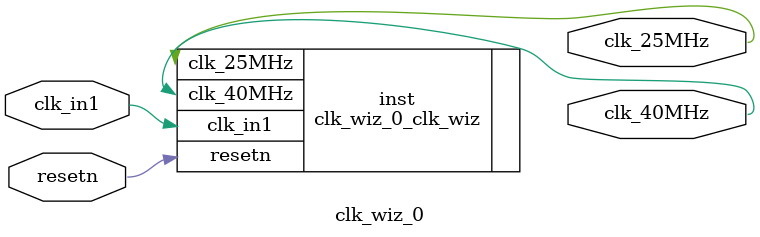
<source format=v>


`timescale 1ps/1ps

(* CORE_GENERATION_INFO = "clk_wiz_0,clk_wiz_v6_0_12_0_0,{component_name=clk_wiz_0,use_phase_alignment=true,use_min_o_jitter=false,use_max_i_jitter=false,use_dyn_phase_shift=false,use_inclk_switchover=false,use_dyn_reconfig=false,enable_axi=0,feedback_source=FDBK_AUTO,PRIMITIVE=MMCM,num_out_clk=2,clkin1_period=10.000,clkin2_period=10.000,use_power_down=false,use_reset=true,use_locked=false,use_inclk_stopped=false,feedback_type=SINGLE,CLOCK_MGR_TYPE=NA,manual_override=false}" *)

module clk_wiz_0 
 (
  // Clock out ports
  output        clk_40MHz,
  output        clk_25MHz,
  // Status and control signals
  input         resetn,
 // Clock in ports
  input         clk_in1
 );

  clk_wiz_0_clk_wiz inst
  (
  // Clock out ports  
  .clk_40MHz(clk_40MHz),
  .clk_25MHz(clk_25MHz),
  // Status and control signals               
  .resetn(resetn), 
 // Clock in ports
  .clk_in1(clk_in1)
  );

endmodule

</source>
